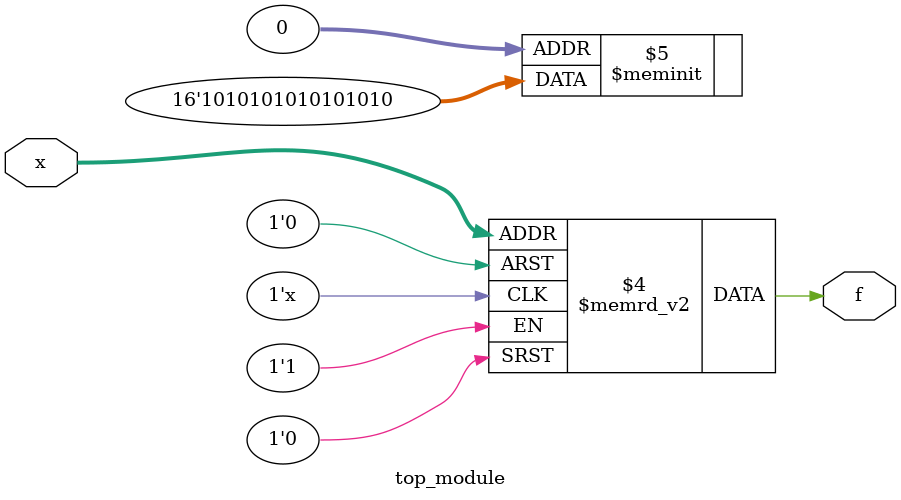
<source format=sv>
module top_module (
    input [4:1] x,
    output logic f
);

always_comb begin
    case (x)
        4'b0001, 4'b0011, 4'b0101, 4'b0111, 4'b1001, 4'b1011, 4'b1101, 4'b1111: f = 1'b1;
        4'b0100, 4'b1010: f = 1'b0;
        default: f = 1'b0; // Don't care conditions
    endcase
end

endmodule

</source>
